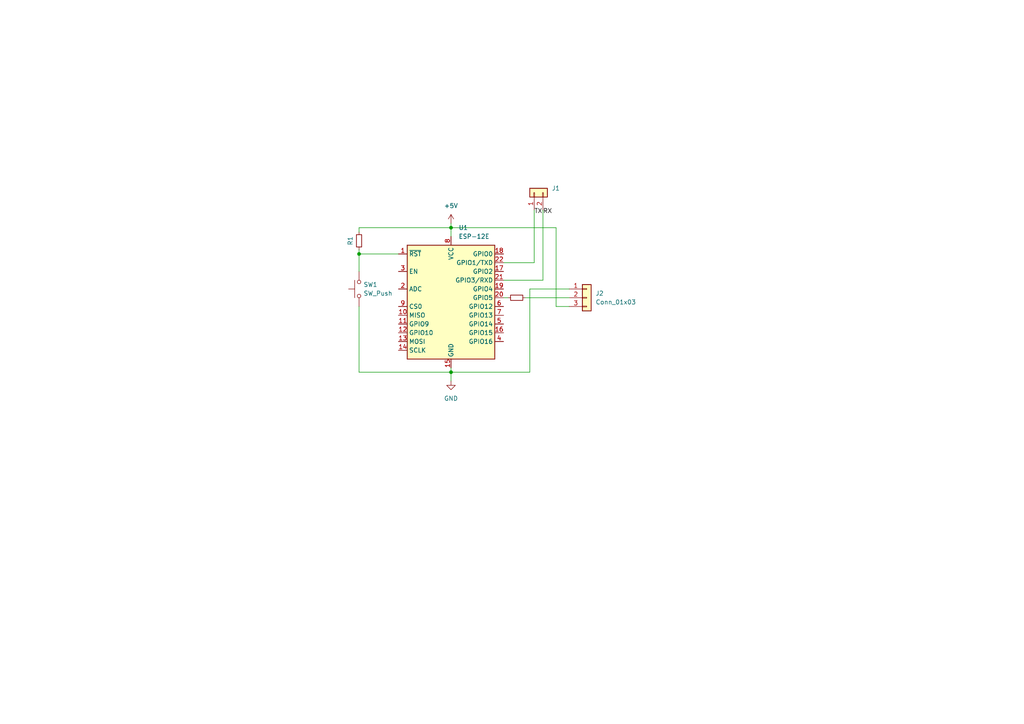
<source format=kicad_sch>
(kicad_sch (version 20230121) (generator eeschema)
  (paper "A4")
  (lib_symbols
    (symbol "Connector_Generic:Conn_01x02" (pin_names (offset 1.016) hide)
      (property "Reference" "J" (at 0 2.54 0))
      (property "Value" "Conn_01x02" (at 0 -5.08 0))
      (symbol "Conn_01x02_1_1"
        (rectangle (start -1.27 -2.413) (end 0 -2.667) (stroke (width 0.1524)))
        (rectangle (start -1.27 0.127) (end 0 -0.127) (stroke (width 0.1524)))
        (rectangle (start -1.27 1.27) (end 1.27 -3.81) (stroke (width 0.254)) (fill (type background)))
        (pin passive line (at -5.08 0 0) (length 3.81) (name "Pin_1") (number "1"))
        (pin passive line (at -5.08 -2.54 0) (length 3.81) (name "Pin_2") (number "2"))
      )
    )
    (symbol "Connector_Generic:Conn_01x03" (pin_names (offset 1.016) hide)
      (property "Reference" "J" (at 0 5.08 0))
      (property "Value" "Conn_01x03" (at 0 -5.08 0))
      (symbol "Conn_01x03_1_1"
        (rectangle (start -1.27 -2.413) (end 0 -2.667) (stroke (width 0.1524)))
        (rectangle (start -1.27 0.127) (end 0 -0.127) (stroke (width 0.1524)))
        (rectangle (start -1.27 2.667) (end 0 2.413) (stroke (width 0.1524)))
        (rectangle (start -1.27 3.81) (end 1.27 -3.81) (stroke (width 0.254)) (fill (type background)))
        (pin passive line (at -5.08 2.54 0) (length 3.81) (name "Pin_1") (number "1"))
        (pin passive line (at -5.08 0 0) (length 3.81) (name "Pin_2") (number "2"))
        (pin passive line (at -5.08 -2.54 0) (length 3.81) (name "Pin_3") (number "3"))
      )
    )
    (symbol "Device:R_Small" (pin_numbers hide) (pin_names (offset 0.254) hide)
      (property "Reference" "R" (at 0.762 0.508 0))
      (property "Value" "R_Small" (at 0.762 -1.016 0))
      (symbol "R_Small_0_1"
        (rectangle (start -0.762 1.778) (end 0.762 -1.778) (stroke (width 0.2032)))
      )
      (symbol "R_Small_1_1"
        (pin passive line (at 0 2.54 270) (length 0.762) (name "~") (number "1"))
        (pin passive line (at 0 -2.54 90) (length 0.762) (name "~") (number "2"))
      )
    )
    (symbol "RF_Module:ESP-12E"
      (property "Reference" "U" (at -12.7 19.05 0))
      (property "Value" "ESP-12E" (at 12.7 19.05 0))
      (symbol "ESP-12E_0_1"
        (rectangle (start -12.7 17.78) (end 12.7 -15.24) (stroke (width 0.254)) (fill (type background)))
      )
      (symbol "ESP-12E_1_1"
        (pin input line (at -15.24 15.24 0) (length 2.54) (name "~{RST}") (number "1"))
        (pin bidirectional line (at -15.24 -2.54 0) (length 2.54) (name "MISO") (number "10"))
        (pin bidirectional line (at -15.24 -5.08 0) (length 2.54) (name "GPIO9") (number "11"))
        (pin bidirectional line (at -15.24 -7.62 0) (length 2.54) (name "GPIO10") (number "12"))
        (pin bidirectional line (at -15.24 -10.16 0) (length 2.54) (name "MOSI") (number "13"))
        (pin bidirectional line (at -15.24 -12.7 0) (length 2.54) (name "SCLK") (number "14"))
        (pin power_in line (at 0 -17.78 90) (length 2.54) (name "GND") (number "15"))
        (pin bidirectional line (at 15.24 -7.62 180) (length 2.54) (name "GPIO15") (number "16"))
        (pin bidirectional line (at 15.24 10.16 180) (length 2.54) (name "GPIO2") (number "17"))
        (pin bidirectional line (at 15.24 15.24 180) (length 2.54) (name "GPIO0") (number "18"))
        (pin bidirectional line (at 15.24 5.08 180) (length 2.54) (name "GPIO4") (number "19"))
        (pin input line (at -15.24 5.08 0) (length 2.54) (name "ADC") (number "2"))
        (pin bidirectional line (at 15.24 2.54 180) (length 2.54) (name "GPIO5") (number "20"))
        (pin bidirectional line (at 15.24 7.62 180) (length 2.54) (name "GPIO3/RXD") (number "21"))
        (pin bidirectional line (at 15.24 12.7 180) (length 2.54) (name "GPIO1/TXD") (number "22"))
        (pin input line (at -15.24 10.16 0) (length 2.54) (name "EN") (number "3"))
        (pin bidirectional line (at 15.24 -10.16 180) (length 2.54) (name "GPIO16") (number "4"))
        (pin bidirectional line (at 15.24 -5.08 180) (length 2.54) (name "GPIO14") (number "5"))
        (pin bidirectional line (at 15.24 0 180) (length 2.54) (name "GPIO12") (number "6"))
        (pin bidirectional line (at 15.24 -2.54 180) (length 2.54) (name "GPIO13") (number "7"))
        (pin power_in line (at 0 20.32 270) (length 2.54) (name "VCC") (number "8"))
        (pin input line (at -15.24 0 0) (length 2.54) (name "CS0") (number "9"))
      )
    )
    (symbol "Switch:SW_Push" (pin_numbers hide) (pin_names (offset 1.016) hide)
      (property "Reference" "SW" (at 1.27 2.54 0))
      (property "Value" "SW_Push" (at 0 -1.524 0))
      (symbol "SW_Push_0_1"
        (circle (center -2.032 0) (radius 0.508))
        (polyline (pts (xy 0 1.27) (xy 0 3.048)))
        (polyline (pts (xy 2.54 1.27) (xy -2.54 1.27)))
        (circle (center 2.032 0) (radius 0.508))
        (pin passive line (at -5.08 0 0) (length 2.54) (name "1") (number "1"))
        (pin passive line (at 5.08 0 180) (length 2.54) (name "2") (number "2"))
      )
    )
    (symbol "power:+5V" (power) (pin_names (offset 0))
      (property "Value" "+5V" (at 0 3.556 0))
      (symbol "+5V_0_1"
        (polyline (pts (xy -0.762 1.27) (xy 0 2.54)))
        (polyline (pts (xy 0 0) (xy 0 2.54)))
        (polyline (pts (xy 0 2.54) (xy 0.762 1.27)))
      )
      (symbol "+5V_1_1"
        (pin power_in line (at 0 0 90) (length 0) hide (name "+5V") (number "1"))
      )
    )
    (symbol "power:GND" (power) (pin_names (offset 0))
      (property "Value" "GND" (at 0 -3.81 0))
      (symbol "GND_0_1"
        (polyline (pts (xy 0 0) (xy 0 -1.27) (xy 1.27 -1.27) (xy 0 -2.54) (xy -1.27 -1.27) (xy 0 -1.27)))
      )
      (symbol "GND_1_1"
        (pin power_in line (at 0 0 270) (length 0) hide (name "GND") (number "1"))
      )
    )
  )
  (junction (at 130.81 66.04))
  (junction (at 104.14 73.66))
  (junction (at 130.81 107.95))
  (wire (pts (xy 146.05 81.28) (xy 157.48 81.28)))
  (wire (pts (xy 130.81 66.04) (xy 130.81 68.58)))
  (wire (pts (xy 153.67 83.82) (xy 153.67 107.95)))
  (wire (pts (xy 165.1 83.82) (xy 153.67 83.82)))
  (wire (pts (xy 152.4 86.36) (xy 165.1 86.36)))
  (wire (pts (xy 161.29 88.9) (xy 161.29 66.04)))
  (wire (pts (xy 157.48 60.96) (xy 157.48 81.28)))
  (wire (pts (xy 154.94 60.96) (xy 154.94 76.2)))
  (wire (pts (xy 104.14 107.95) (xy 130.81 107.95)))
  (wire (pts (xy 104.14 66.04) (xy 130.81 66.04)))
  (wire (pts (xy 165.1 88.9) (xy 161.29 88.9)))
  (wire (pts (xy 130.81 107.95) (xy 130.81 110.49)))
  (wire (pts (xy 130.81 106.68) (xy 130.81 107.95)))
  (wire (pts (xy 104.14 88.9) (xy 104.14 107.95)))
  (wire (pts (xy 161.29 66.04) (xy 130.81 66.04)))
  (wire (pts (xy 104.14 73.66) (xy 104.14 78.74)))
  (wire (pts (xy 104.14 73.66) (xy 115.57 73.66)))
  (wire (pts (xy 146.05 86.36) (xy 147.32 86.36)))
  (wire (pts (xy 104.14 72.39) (xy 104.14 73.66)))
  (wire (pts (xy 104.14 67.31) (xy 104.14 66.04)))
  (wire (pts (xy 130.81 107.95) (xy 153.67 107.95)))
  (wire (pts (xy 130.81 64.77) (xy 130.81 66.04)))
  (wire (pts (xy 146.05 76.2) (xy 154.94 76.2)))
  (label "RX" (at 157.48 62.23 0))
  (label "TX" (at 154.94 62.23 0))
  (symbol (lib_id "Switch:SW_Push") (at 104.14 83.82 90) (unit 1)
    (property "Reference" "SW1" (at 105.41 82.55 90) (effects (justify right)))
    (property "Value" "SW_Push" (at 105.41 85.09 90) (effects (justify right)))
    (property "Footprint" "Button_Switch_THT:SW_PUSH_6mm" (effects hide))
  )
  (symbol (lib_id "Device:R_Small") (at 104.14 69.85 180) (unit 1)
    (property "Reference" "R1" (at 101.6 69.85 90))
    (property "Value" "R_Small" (effects hide))
    (property "Footprint" "Resistor_THT:R_Axial_DIN0204_L3.6mm_D1.6mm_P5.08mm_Horizontal" (effects hide))
  )
  (symbol (lib_id "Connector_Generic:Conn_01x03") (at 170.18 86.36 0) (unit 1)
    (property "Reference" "J2" (at 172.72 85.09 0) (effects (justify left)))
    (property "Value" "Conn_01x03" (at 172.72 87.63 0) (effects (justify left)))
    (property "Footprint" "Connector_PinHeader_2.54mm:PinHeader_1x03_P2.54mm_Vertical" (effects hide))
  )
  (symbol (lib_id "power:+5V") (at 130.81 64.77 0) (unit 1)
    (property "Reference" "#PWR01" (effects hide))
    (property "Value" "+5V" (at 130.81 59.69 0))
  )
  (symbol (lib_id "power:GND") (at 130.81 110.49 0) (unit 1)
    (property "Reference" "#PWR02" (effects hide))
    (property "Value" "GND" (at 130.81 115.57 0))
  )
  (symbol (lib_id "Device:R_Small") (at 149.86 86.36 90) (unit 1)
    (property "Reference" "R5" (effects hide))
    (property "Value" "R_Small" (effects hide))
    (property "Footprint" "Resistor_THT:R_Axial_DIN0204_L3.6mm_D1.6mm_P5.08mm_Horizontal" (effects hide))
  )
  (symbol (lib_id "Connector_Generic:Conn_01x02") (at 154.94 55.88 90) (unit 1)
    (property "Reference" "J1" (at 160.02 54.61 90) (effects (justify right)))
    (property "Value" "Conn_01x02" (effects hide))
    (property "Footprint" "Connector_PinHeader_2.54mm:PinHeader_1x02_P2.54mm_Vertical" (effects hide))
  )
  (symbol (lib_id "RF_Module:ESP-12E") (at 130.81 88.9 0) (unit 1)
    (property "Reference" "U1" (at 133.0041 66.04 0) (effects (justify left)))
    (property "Value" "ESP-12E" (at 133.0041 68.58 0) (effects (justify left)))
    (property "Footprint" "RF_Module:ESP-12E" (effects hide))
    (property "Datasheet" "http://wiki.ai-thinker.com/_media/esp8266/esp8266_series_modules_user_manual_v1.1.pdf" (effects hide))
  )
)
</source>
